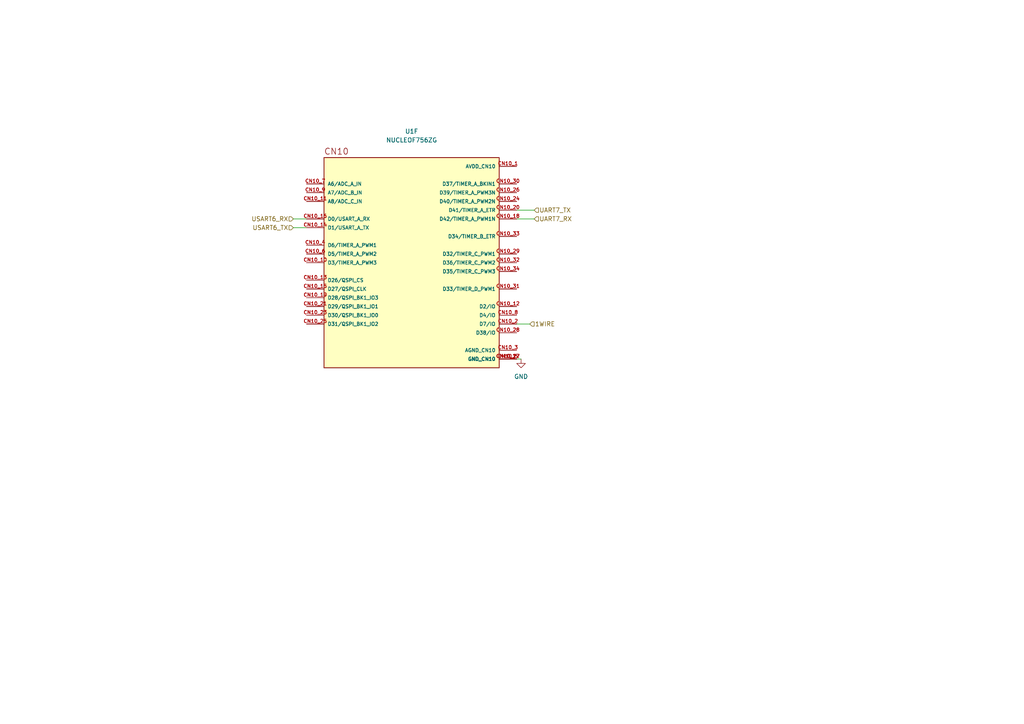
<source format=kicad_sch>
(kicad_sch (version 20230121) (generator eeschema)
  (paper "A4")
  (lib_symbols
    (symbol "nucleo:NUCLEOF756ZG" (pin_names (offset 1.016))
      (property "Reference" "U" (at -17.78 59.69 0))
      (property "Value" "NUCLEOF756ZG" (at -17.78 -59.69 0))
      (symbol "NUCLEOF756ZG_1_0"
        (rectangle (start -17.78 -58.42) (end 17.78 55.88) (stroke (width 0.254)) (fill (type background)))
        (text "CN11" (at -17.78 56.642 0) (effects (font (size 1.778 1.778)) (justify left bottom)))
        (pin bidirectional line (at -22.86 -7.62 0) (length 5.08) (name "PC10") (number "CN11_1"))
        (pin no_connect line (at 22.86 -45.72 180) (length 5.08) (name "NC_10") (number "CN11_10"))
        (pin bidirectional line (at 22.86 0 180) (length 5.08) (name "PF7") (number "CN11_11"))
        (pin bidirectional line (at 22.86 35.56 180) (length 5.08) (name "IOREF_CN11") (number "CN11_12"))
        (pin bidirectional line (at -22.86 20.32 0) (length 5.08) (name "PA13") (number "CN11_13"))
        (pin bidirectional line (at -22.86 33.02 0) (length 5.08) (name "RESET_CN11") (number "CN11_14"))
        (pin bidirectional line (at -22.86 17.78 0) (length 5.08) (name "PA14") (number "CN11_15"))
        (pin power_in line (at 22.86 53.34 180) (length 5.08) (name "+3V3_CN11") (number "CN11_16"))
        (pin bidirectional line (at -22.86 15.24 0) (length 5.08) (name "PA15") (number "CN11_17"))
        (pin power_in line (at 22.86 50.8 180) (length 5.08) (name "+5V_CN11") (number "CN11_18"))
        (pin power_in line (at 22.86 -55.88 180) (length 5.08) (name "GND_CN11") (number "CN11_19"))
        (pin bidirectional line (at -22.86 -10.16 0) (length 5.08) (name "PC11") (number "CN11_2"))
        (pin power_in line (at 22.86 -55.88 180) (length 5.08) (name "GND_CN11") (number "CN11_20"))
        (pin bidirectional line (at -22.86 7.62 0) (length 5.08) (name "PB7") (number "CN11_21"))
        (pin power_in line (at 22.86 -55.88 180) (length 5.08) (name "GND_CN11") (number "CN11_22"))
        (pin bidirectional line (at -22.86 -15.24 0) (length 5.08) (name "PC13") (number "CN11_23"))
        (pin power_in line (at 22.86 40.64 180) (length 5.08) (name "VIN_CN11") (number "CN11_24"))
        (pin bidirectional line (at -22.86 -17.78 0) (length 5.08) (name "PC14") (number "CN11_25"))
        (pin no_connect line (at 22.86 -48.26 180) (length 5.08) (name "NC_26") (number "CN11_26"))
        (pin bidirectional line (at -22.86 -20.32 0) (length 5.08) (name "PC15") (number "CN11_27"))
        (pin bidirectional line (at -22.86 27.94 0) (length 5.08) (name "PA0") (number "CN11_28"))
        (pin bidirectional line (at 22.86 -38.1 180) (length 5.08) (name "PH0") (number "CN11_29"))
        (pin bidirectional line (at -22.86 -12.7 0) (length 5.08) (name "PC12") (number "CN11_3"))
        (pin bidirectional line (at -22.86 25.4 0) (length 5.08) (name "PA1") (number "CN11_30"))
        (pin bidirectional line (at 22.86 -40.64 180) (length 5.08) (name "PH1") (number "CN11_31"))
        (pin bidirectional line (at -22.86 22.86 0) (length 5.08) (name "PA4") (number "CN11_32"))
        (pin power_in line (at 22.86 45.72 180) (length 5.08) (name "VBAT_CN11") (number "CN11_33"))
        (pin bidirectional line (at -22.86 10.16 0) (length 5.08) (name "PB0") (number "CN11_34"))
        (pin bidirectional line (at -22.86 -2.54 0) (length 5.08) (name "PC2") (number "CN11_35"))
        (pin bidirectional line (at -22.86 0 0) (length 5.08) (name "PC1") (number "CN11_36"))
        (pin bidirectional line (at -22.86 -5.08 0) (length 5.08) (name "PC3") (number "CN11_37"))
        (pin bidirectional line (at -22.86 2.54 0) (length 5.08) (name "PC0") (number "CN11_38"))
        (pin bidirectional line (at -22.86 -35.56 0) (length 5.08) (name "PD4") (number "CN11_39"))
        (pin bidirectional line (at -22.86 -30.48 0) (length 5.08) (name "PD2") (number "CN11_4"))
        (pin bidirectional line (at -22.86 -33.02 0) (length 5.08) (name "PD3") (number "CN11_40"))
        (pin bidirectional line (at -22.86 -38.1 0) (length 5.08) (name "PD5") (number "CN11_41"))
        (pin bidirectional line (at 22.86 -15.24 180) (length 5.08) (name "PG2") (number "CN11_42"))
        (pin bidirectional line (at -22.86 -40.64 0) (length 5.08) (name "PD6") (number "CN11_43"))
        (pin bidirectional line (at 22.86 -17.78 180) (length 5.08) (name "PG3") (number "CN11_44"))
        (pin bidirectional line (at -22.86 -43.18 0) (length 5.08) (name "PD7") (number "CN11_45"))
        (pin bidirectional line (at 22.86 25.4 180) (length 5.08) (name "PE2") (number "CN11_46"))
        (pin bidirectional line (at 22.86 22.86 180) (length 5.08) (name "PE3") (number "CN11_47"))
        (pin bidirectional line (at 22.86 20.32 180) (length 5.08) (name "PE4") (number "CN11_48"))
        (pin power_in line (at 22.86 -55.88 180) (length 5.08) (name "GND_CN11") (number "CN11_49"))
        (pin power_in line (at 22.86 43.18 180) (length 5.08) (name "VDD_CN11") (number "CN11_5"))
        (pin bidirectional line (at 22.86 17.78 180) (length 5.08) (name "PE5") (number "CN11_50"))
        (pin bidirectional line (at 22.86 7.62 180) (length 5.08) (name "PF1") (number "CN11_51"))
        (pin bidirectional line (at 22.86 5.08 180) (length 5.08) (name "PF2") (number "CN11_52"))
        (pin bidirectional line (at 22.86 10.16 180) (length 5.08) (name "PF0") (number "CN11_53"))
        (pin bidirectional line (at 22.86 -2.54 180) (length 5.08) (name "PF8") (number "CN11_54"))
        (pin bidirectional line (at -22.86 -27.94 0) (length 5.08) (name "PD1") (number "CN11_55"))
        (pin bidirectional line (at 22.86 -5.08 180) (length 5.08) (name "PF9") (number "CN11_56"))
        (pin bidirectional line (at -22.86 -25.4 0) (length 5.08) (name "PD0") (number "CN11_57"))
        (pin bidirectional line (at 22.86 -12.7 180) (length 5.08) (name "PG1") (number "CN11_58"))
        (pin bidirectional line (at 22.86 -10.16 180) (length 5.08) (name "PG0") (number "CN11_59"))
        (pin power_in line (at 22.86 48.26 180) (length 5.08) (name "E5V_CN11") (number "CN11_6"))
        (pin power_in line (at 22.86 -55.88 180) (length 5.08) (name "GND_CN11") (number "CN11_60"))
        (pin bidirectional line (at 22.86 27.94 180) (length 5.08) (name "PE1") (number "CN11_61"))
        (pin bidirectional line (at 22.86 15.24 180) (length 5.08) (name "PE6") (number "CN11_62"))
        (pin bidirectional line (at 22.86 -20.32 180) (length 5.08) (name "PG9") (number "CN11_63"))
        (pin bidirectional line (at 22.86 -33.02 180) (length 5.08) (name "PG15") (number "CN11_64"))
        (pin bidirectional line (at 22.86 -27.94 180) (length 5.08) (name "PG12") (number "CN11_65"))
        (pin bidirectional line (at 22.86 -22.86 180) (length 5.08) (name "PG10") (number "CN11_66"))
        (pin no_connect line (at 22.86 -50.8 180) (length 5.08) (name "NC_67") (number "CN11_67"))
        (pin bidirectional line (at 22.86 -30.48 180) (length 5.08) (name "PG13") (number "CN11_68"))
        (pin bidirectional line (at -22.86 -45.72 0) (length 5.08) (name "PD9") (number "CN11_69"))
        (pin bidirectional line (at -22.86 35.56 0) (length 5.08) (name "BOOT0") (number "CN11_7"))
        (pin bidirectional line (at 22.86 -25.4 180) (length 5.08) (name "PG11") (number "CN11_70"))
        (pin power_in line (at 22.86 -55.88 180) (length 5.08) (name "GND_CN11") (number "CN11_71"))
        (pin power_in line (at 22.86 -55.88 180) (length 5.08) (name "GND_CN11") (number "CN11_72"))
        (pin power_in line (at 22.86 -55.88 180) (length 5.08) (name "GND_CN11") (number "CN11_8"))
        (pin bidirectional line (at 22.86 2.54 180) (length 5.08) (name "PF6") (number "CN11_9"))
      )
      (symbol "NUCLEOF756ZG_2_0"
        (rectangle (start -17.78 -53.34) (end 17.78 53.34) (stroke (width 0.254)) (fill (type background)))
        (text "CN12" (at -17.78 54.102 0) (effects (font (size 1.778 1.778)) (justify left bottom)))
        (pin bidirectional line (at -22.86 -35.56 0) (length 5.08) (name "PC9") (number "CN12_1"))
        (pin bidirectional line (at 22.86 43.18 180) (length 5.08) (name "PD8") (number "CN12_10"))
        (pin bidirectional line (at -22.86 38.1 0) (length 5.08) (name "PA5") (number "CN12_11"))
        (pin bidirectional line (at -22.86 20.32 0) (length 5.08) (name "PA12") (number "CN12_12"))
        (pin bidirectional line (at -22.86 35.56 0) (length 5.08) (name "PA6") (number "CN12_13"))
        (pin bidirectional line (at -22.86 22.86 0) (length 5.08) (name "PA11") (number "CN12_14"))
        (pin bidirectional line (at -22.86 33.02 0) (length 5.08) (name "PA7") (number "CN12_15"))
        (pin bidirectional line (at -22.86 -10.16 0) (length 5.08) (name "PB12") (number "CN12_16"))
        (pin bidirectional line (at -22.86 2.54 0) (length 5.08) (name "PB6") (number "CN12_17"))
        (pin bidirectional line (at -22.86 -7.62 0) (length 5.08) (name "PB11") (number "CN12_18"))
        (pin bidirectional line (at -22.86 -30.48 0) (length 5.08) (name "PC7") (number "CN12_19"))
        (pin bidirectional line (at -22.86 -33.02 0) (length 5.08) (name "PC8") (number "CN12_2"))
        (pin power_in line (at 22.86 -50.8 180) (length 5.08) (name "GND_CN12") (number "CN12_20"))
        (pin bidirectional line (at -22.86 27.94 0) (length 5.08) (name "PA9") (number "CN12_21"))
        (pin bidirectional line (at -22.86 12.7 0) (length 5.08) (name "PB2") (number "CN12_22"))
        (pin bidirectional line (at -22.86 30.48 0) (length 5.08) (name "PA8") (number "CN12_23"))
        (pin bidirectional line (at -22.86 15.24 0) (length 5.08) (name "PB1") (number "CN12_24"))
        (pin bidirectional line (at -22.86 -5.08 0) (length 5.08) (name "PB10") (number "CN12_25"))
        (pin bidirectional line (at -22.86 -17.78 0) (length 5.08) (name "PB15") (number "CN12_26"))
        (pin bidirectional line (at -22.86 7.62 0) (length 5.08) (name "PB4") (number "CN12_27"))
        (pin bidirectional line (at -22.86 -15.24 0) (length 5.08) (name "PB14") (number "CN12_28"))
        (pin bidirectional line (at -22.86 5.08 0) (length 5.08) (name "PB5") (number "CN12_29"))
        (pin bidirectional line (at -22.86 0 0) (length 5.08) (name "PB8") (number "CN12_3"))
        (pin bidirectional line (at -22.86 -12.7 0) (length 5.08) (name "PB13") (number "CN12_30"))
        (pin bidirectional line (at -22.86 10.16 0) (length 5.08) (name "PB3") (number "CN12_31"))
        (pin power_in line (at 22.86 -48.26 180) (length 5.08) (name "AGND_CN12") (number "CN12_32"))
        (pin bidirectional line (at -22.86 25.4 0) (length 5.08) (name "PA10") (number "CN12_33"))
        (pin bidirectional line (at -22.86 -22.86 0) (length 5.08) (name "PC4") (number "CN12_34"))
        (pin bidirectional line (at -22.86 43.18 0) (length 5.08) (name "PA2") (number "CN12_35"))
        (pin bidirectional line (at 22.86 -10.16 180) (length 5.08) (name "PF5") (number "CN12_36"))
        (pin bidirectional line (at -22.86 40.64 0) (length 5.08) (name "PA3") (number "CN12_37"))
        (pin bidirectional line (at 22.86 -7.62 180) (length 5.08) (name "PF4") (number "CN12_38"))
        (pin power_in line (at 22.86 -50.8 180) (length 5.08) (name "GND_CN12") (number "CN12_39"))
        (pin bidirectional line (at -22.86 -27.94 0) (length 5.08) (name "PC6") (number "CN12_4"))
        (pin bidirectional line (at 22.86 17.78 180) (length 5.08) (name "PE8") (number "CN12_40"))
        (pin bidirectional line (at 22.86 33.02 180) (length 5.08) (name "PD13") (number "CN12_41"))
        (pin bidirectional line (at 22.86 -12.7 180) (length 5.08) (name "PF10") (number "CN12_42"))
        (pin bidirectional line (at 22.86 35.56 180) (length 5.08) (name "PD12") (number "CN12_43"))
        (pin bidirectional line (at 22.86 20.32 180) (length 5.08) (name "PE7") (number "CN12_44"))
        (pin bidirectional line (at 22.86 38.1 180) (length 5.08) (name "PD11") (number "CN12_45"))
        (pin bidirectional line (at 22.86 30.48 180) (length 5.08) (name "PD14") (number "CN12_46"))
        (pin bidirectional line (at 22.86 12.7 180) (length 5.08) (name "PE10") (number "CN12_47"))
        (pin bidirectional line (at 22.86 27.94 180) (length 5.08) (name "PD15") (number "CN12_48"))
        (pin bidirectional line (at 22.86 7.62 180) (length 5.08) (name "PE12") (number "CN12_49"))
        (pin bidirectional line (at -22.86 -2.54 0) (length 5.08) (name "PB9") (number "CN12_5"))
        (pin bidirectional line (at 22.86 -22.86 180) (length 5.08) (name "PF14") (number "CN12_50"))
        (pin bidirectional line (at 22.86 2.54 180) (length 5.08) (name "PE14") (number "CN12_51"))
        (pin bidirectional line (at 22.86 15.24 180) (length 5.08) (name "PE9") (number "CN12_52"))
        (pin bidirectional line (at 22.86 0 180) (length 5.08) (name "PE15") (number "CN12_53"))
        (pin power_in line (at 22.86 -50.8 180) (length 5.08) (name "GND_CN12") (number "CN12_54"))
        (pin bidirectional line (at 22.86 5.08 180) (length 5.08) (name "PE13") (number "CN12_55"))
        (pin bidirectional line (at 22.86 10.16 180) (length 5.08) (name "PE11") (number "CN12_56"))
        (pin bidirectional line (at 22.86 -20.32 180) (length 5.08) (name "PF13") (number "CN12_57"))
        (pin bidirectional line (at 22.86 -5.08 180) (length 5.08) (name "PF3") (number "CN12_58"))
        (pin bidirectional line (at 22.86 -17.78 180) (length 5.08) (name "PF12") (number "CN12_59"))
        (pin bidirectional line (at -22.86 -25.4 0) (length 5.08) (name "PC5") (number "CN12_6"))
        (pin bidirectional line (at 22.86 -25.4 180) (length 5.08) (name "PF15") (number "CN12_60"))
        (pin bidirectional line (at 22.86 -43.18 180) (length 5.08) (name "PG14") (number "CN12_61"))
        (pin bidirectional line (at 22.86 -15.24 180) (length 5.08) (name "PF11") (number "CN12_62"))
        (pin power_in line (at 22.86 -50.8 180) (length 5.08) (name "GND_CN12") (number "CN12_63"))
        (pin bidirectional line (at 22.86 22.86 180) (length 5.08) (name "PE0") (number "CN12_64"))
        (pin bidirectional line (at 22.86 40.64 180) (length 5.08) (name "PD10") (number "CN12_65"))
        (pin bidirectional line (at 22.86 -40.64 180) (length 5.08) (name "PG8") (number "CN12_66"))
        (pin bidirectional line (at 22.86 -38.1 180) (length 5.08) (name "PG7") (number "CN12_67"))
        (pin bidirectional line (at 22.86 -33.02 180) (length 5.08) (name "PG5") (number "CN12_68"))
        (pin bidirectional line (at 22.86 -30.48 180) (length 5.08) (name "PG4") (number "CN12_69"))
        (pin power_in line (at 22.86 50.8 180) (length 5.08) (name "AVDD_CN12") (number "CN12_7"))
        (pin bidirectional line (at 22.86 -35.56 180) (length 5.08) (name "PG6") (number "CN12_70"))
        (pin power_in line (at 22.86 -50.8 180) (length 5.08) (name "GND_CN12") (number "CN12_71"))
        (pin power_in line (at 22.86 -50.8 180) (length 5.08) (name "GND_CN12") (number "CN12_72"))
        (pin power_in line (at 22.86 48.26 180) (length 5.08) (name "U5V") (number "CN12_8"))
        (pin power_in line (at 22.86 -50.8 180) (length 5.08) (name "GND_CN12") (number "CN12_9"))
      )
      (symbol "NUCLEOF756ZG_3_0"
        (rectangle (start -27.94 -17.78) (end 27.94 17.78) (stroke (width 0.254)) (fill (type background)))
        (text "CN8" (at -27.94 18.542 0) (effects (font (size 1.778 1.778)) (justify left bottom)))
        (pin no_connect line (at 33.02 -10.16 180) (length 5.08) (name "NC_1") (number "CN8_1"))
        (pin bidirectional line (at -33.02 -10.16 0) (length 5.08) (name "D47/SDMMC_CK") (number "CN8_10"))
        (pin power_in line (at 33.02 -15.24 180) (length 5.08) (name "GND_CN8") (number "CN8_11"))
        (pin bidirectional line (at -33.02 -12.7 0) (length 5.08) (name "D48/SDMMC_CMD") (number "CN8_12"))
        (pin power_in line (at 33.02 -15.24 180) (length 5.08) (name "GND_CN8") (number "CN8_13"))
        (pin bidirectional line (at 33.02 -5.08 180) (length 5.08) (name "D49/IO") (number "CN8_14"))
        (pin power_in line (at 33.02 15.24 180) (length 5.08) (name "VIN_CN8") (number "CN8_15"))
        (pin bidirectional line (at 33.02 -2.54 180) (length 5.08) (name "D50/IO") (number "CN8_16"))
        (pin bidirectional line (at -33.02 0 0) (length 5.08) (name "D43/SDMMC_D0") (number "CN8_2"))
        (pin bidirectional line (at 33.02 5.08 180) (length 5.08) (name "IOREF_CN8") (number "CN8_3"))
        (pin bidirectional line (at -33.02 -2.54 0) (length 5.08) (name "D44/SDMMC_D1/I2S_A_CKIN") (number "CN8_4"))
        (pin bidirectional line (at -33.02 5.08 0) (length 5.08) (name "RESET_CN8") (number "CN8_5"))
        (pin bidirectional line (at -33.02 -5.08 0) (length 5.08) (name "D45/SDMMC_D2") (number "CN8_6"))
        (pin power_in line (at 33.02 10.16 180) (length 5.08) (name "+3V3_CN8") (number "CN8_7"))
        (pin bidirectional line (at -33.02 -7.62 0) (length 5.08) (name "D46/SDMMC_D3") (number "CN8_8"))
        (pin power_in line (at 33.02 12.7 180) (length 5.08) (name "+5V_CN8") (number "CN8_9"))
      )
      (symbol "NUCLEOF756ZG_4_0"
        (rectangle (start -25.4 -25.4) (end 25.4 25.4) (stroke (width 0.254)) (fill (type background)))
        (text "CN9" (at -25.4 26.162 0) (effects (font (size 1.778 1.778)) (justify left bottom)))
        (pin input line (at -30.48 22.86 0) (length 5.08) (name "A0/ADC123_IN3") (number "CN9_1"))
        (pin bidirectional line (at -30.48 -5.08 0) (length 5.08) (name "D55/USART_B_CTS") (number "CN9_10"))
        (pin input line (at -30.48 10.16 0) (length 5.08) (name "A5/ADC3_IN8/I2C1_SCL") (number "CN9_11"))
        (pin power_in line (at 30.48 -22.86 180) (length 5.08) (name "GND_CN9") (number "CN9_12"))
        (pin bidirectional line (at 30.48 -5.08 180) (length 5.08) (name "D72/NC") (number "CN9_13"))
        (pin bidirectional line (at -30.48 -10.16 0) (length 5.08) (name "D56/SAI_A_MCLK") (number "CN9_14"))
        (pin bidirectional line (at 30.48 0 180) (length 5.08) (name "D71/IO") (number "CN9_15"))
        (pin bidirectional line (at -30.48 -12.7 0) (length 5.08) (name "D57/SAI_A_FS") (number "CN9_16"))
        (pin bidirectional line (at 30.48 17.78 180) (length 5.08) (name "D70/I2C_B_SMBA") (number "CN9_17"))
        (pin bidirectional line (at -30.48 -15.24 0) (length 5.08) (name "D58/SAI_A_SCK") (number "CN9_18"))
        (pin bidirectional line (at 30.48 20.32 180) (length 5.08) (name "D69/I2C_B_SCL") (number "CN9_19"))
        (pin bidirectional line (at -30.48 5.08 0) (length 5.08) (name "D51/USART_B_SCLK") (number "CN9_2"))
        (pin bidirectional line (at -30.48 -17.78 0) (length 5.08) (name "D59/SAI_A_SD") (number "CN9_20"))
        (pin bidirectional line (at 30.48 22.86 180) (length 5.08) (name "D68/I2C_B_SDA") (number "CN9_21"))
        (pin bidirectional line (at 30.48 -17.78 180) (length 5.08) (name "D60/SAI_B_SD") (number "CN9_22"))
        (pin power_in line (at 30.48 -22.86 180) (length 5.08) (name "GND_CN9") (number "CN9_23"))
        (pin bidirectional line (at 30.48 -15.24 180) (length 5.08) (name "D61/SAI_B_SCK") (number "CN9_24"))
        (pin input line (at 30.48 10.16 180) (length 5.08) (name "D67/CAN_RX") (number "CN9_25"))
        (pin bidirectional line (at 30.48 -10.16 180) (length 5.08) (name "D62/SAI_B_MCLK") (number "CN9_26"))
        (pin output line (at 30.48 12.7 180) (length 5.08) (name "D66/CAN_TX") (number "CN9_27"))
        (pin bidirectional line (at 30.48 -12.7 180) (length 5.08) (name "D63/SAI_B_FS") (number "CN9_28"))
        (pin bidirectional line (at 30.48 2.54 180) (length 5.08) (name "D65/IO") (number "CN9_29"))
        (pin input line (at -30.48 20.32 0) (length 5.08) (name "A1/ADC123_IN10") (number "CN9_3"))
        (pin bidirectional line (at 30.48 5.08 180) (length 5.08) (name "D64/IO") (number "CN9_30"))
        (pin bidirectional line (at -30.48 2.54 0) (length 5.08) (name "D52/USART_B_RX") (number "CN9_4"))
        (pin input line (at -30.48 17.78 0) (length 5.08) (name "A2/ADC123_IN13") (number "CN9_5"))
        (pin bidirectional line (at -30.48 0 0) (length 5.08) (name "D53/USART_B_TX") (number "CN9_6"))
        (pin input line (at -30.48 15.24 0) (length 5.08) (name "A3/ADC3_IN9") (number "CN9_7"))
        (pin bidirectional line (at -30.48 -2.54 0) (length 5.08) (name "D54/USART_B_RTS") (number "CN9_8"))
        (pin input line (at -30.48 12.7 0) (length 5.08) (name "A4/ADC3_IN15/I2C1_SDA") (number "CN9_9"))
      )
      (symbol "NUCLEOF756ZG_5_0"
        (rectangle (start -33.02 -20.32) (end 33.02 20.32) (stroke (width 0.254)) (fill (type background)))
        (text "CN7" (at -33.02 21.082 0) (effects (font (size 1.778 1.778)) (justify left bottom)))
        (pin bidirectional line (at -38.1 -12.7 0) (length 5.08) (name "D16/I2S_A_MCK") (number "CN7_1"))
        (pin bidirectional line (at -38.1 -5.08 0) (length 5.08) (name "D13/SPI_A_SCK") (number "CN7_10"))
        (pin bidirectional line (at 38.1 0 180) (length 5.08) (name "D21/I2S_B_MCK") (number "CN7_11"))
        (pin bidirectional line (at -38.1 -2.54 0) (length 5.08) (name "D12/SPI_A_MISO") (number "CN7_12"))
        (pin bidirectional line (at 38.1 5.08 180) (length 5.08) (name "D22/I2S_B_SD/SPI_B_MOSI") (number "CN7_13"))
        (pin bidirectional line (at -38.1 0 0) (length 5.08) (name "D11/SPI_A_MOSI/TIM_E_PWM1") (number "CN7_14"))
        (pin bidirectional line (at 38.1 7.62 180) (length 5.08) (name "D23/I2S_B_CK/SPI_B_SCK") (number "CN7_15"))
        (pin bidirectional line (at -38.1 2.54 0) (length 5.08) (name "D10/SPI_A_CS/TIM_B_PWM3") (number "CN7_16"))
        (pin bidirectional line (at 38.1 10.16 180) (length 5.08) (name "D24/SPI_B_NSS") (number "CN7_17"))
        (pin bidirectional line (at -38.1 10.16 0) (length 5.08) (name "D9/TIMER_B_PWM2") (number "CN7_18"))
        (pin bidirectional line (at 38.1 12.7 180) (length 5.08) (name "D25/SPI_B_MISO") (number "CN7_19"))
        (pin bidirectional line (at -38.1 -10.16 0) (length 5.08) (name "D15/I2C_A_SCL") (number "CN7_2"))
        (pin bidirectional line (at -38.1 12.7 0) (length 5.08) (name "D8/IO") (number "CN7_20"))
        (pin bidirectional line (at 38.1 -12.7 180) (length 5.08) (name "D17/I2S_A_SD") (number "CN7_3"))
        (pin bidirectional line (at -38.1 -7.62 0) (length 5.08) (name "D14/I2C_A_SDA") (number "CN7_4"))
        (pin bidirectional line (at 38.1 -10.16 180) (length 5.08) (name "D18/I2S_A_CK") (number "CN7_5"))
        (pin power_in line (at 38.1 17.78 180) (length 5.08) (name "AREF") (number "CN7_6"))
        (pin bidirectional line (at 38.1 -7.62 180) (length 5.08) (name "D19/I2S_A_WS") (number "CN7_7"))
        (pin power_in line (at 38.1 -17.78 180) (length 5.08) (name "GND_CN7") (number "CN7_8"))
        (pin bidirectional line (at 38.1 -2.54 180) (length 5.08) (name "D20/I2S_B_WS") (number "CN7_9"))
      )
      (symbol "NUCLEOF756ZG_6_0"
        (rectangle (start -25.4 -30.48) (end 25.4 30.48) (stroke (width 0.254)) (fill (type background)))
        (text "CN10" (at -25.4 31.242 0) (effects (font (size 1.778 1.778)) (justify left bottom)))
        (pin power_in line (at 30.48 27.94 180) (length 5.08) (name "AVDD_CN10") (number "CN10_1"))
        (pin bidirectional line (at -30.48 0 0) (length 5.08) (name "D3/TIMER_A_PWM3") (number "CN10_10"))
        (pin input line (at -30.48 17.78 0) (length 5.08) (name "A8/ADC_C_IN") (number "CN10_11"))
        (pin bidirectional line (at 30.48 -12.7 180) (length 5.08) (name "D2/IO") (number "CN10_12"))
        (pin bidirectional line (at -30.48 -5.08 0) (length 5.08) (name "D26/QSPI_CS") (number "CN10_13"))
        (pin output line (at -30.48 10.16 0) (length 5.08) (name "D1/USART_A_TX") (number "CN10_14"))
        (pin bidirectional line (at -30.48 -7.62 0) (length 5.08) (name "D27/QSPI_CLK") (number "CN10_15"))
        (pin input line (at -30.48 12.7 0) (length 5.08) (name "D0/USART_A_RX") (number "CN10_16"))
        (pin power_in line (at 30.48 -27.94 180) (length 5.08) (name "GND_CN10") (number "CN10_17"))
        (pin bidirectional line (at 30.48 12.7 180) (length 5.08) (name "D42/TIMER_A_PWM1N") (number "CN10_18"))
        (pin bidirectional line (at -30.48 -10.16 0) (length 5.08) (name "D28/QSPI_BK1_IO3") (number "CN10_19"))
        (pin bidirectional line (at 30.48 -17.78 180) (length 5.08) (name "D7/IO") (number "CN10_2"))
        (pin bidirectional line (at 30.48 15.24 180) (length 5.08) (name "D41/TIMER_A_ETR") (number "CN10_20"))
        (pin bidirectional line (at -30.48 -12.7 0) (length 5.08) (name "D29/QSPI_BK1_IO1") (number "CN10_21"))
        (pin power_in line (at 30.48 -27.94 180) (length 5.08) (name "GND_CN10") (number "CN10_22"))
        (pin bidirectional line (at -30.48 -15.24 0) (length 5.08) (name "D30/QSPI_BK1_IO0") (number "CN10_23"))
        (pin bidirectional line (at 30.48 17.78 180) (length 5.08) (name "D40/TIMER_A_PWM2N") (number "CN10_24"))
        (pin bidirectional line (at -30.48 -17.78 0) (length 5.08) (name "D31/QSPI_BK1_IO2") (number "CN10_25"))
        (pin bidirectional line (at 30.48 20.32 180) (length 5.08) (name "D39/TIMER_A_PWM3N") (number "CN10_26"))
        (pin power_in line (at 30.48 -27.94 180) (length 5.08) (name "GND_CN10") (number "CN10_27"))
        (pin bidirectional line (at 30.48 -20.32 180) (length 5.08) (name "D38/IO") (number "CN10_28"))
        (pin bidirectional line (at 30.48 2.54 180) (length 5.08) (name "D32/TIMER_C_PWM1") (number "CN10_29"))
        (pin power_in line (at 30.48 -25.4 180) (length 5.08) (name "AGND_CN10") (number "CN10_3"))
        (pin bidirectional line (at 30.48 22.86 180) (length 5.08) (name "D37/TIMER_A_BKIN1") (number "CN10_30"))
        (pin bidirectional line (at 30.48 -7.62 180) (length 5.08) (name "D33/TIMER_D_PWM1") (number "CN10_31"))
        (pin bidirectional line (at 30.48 0 180) (length 5.08) (name "D36/TIMER_C_PWM2") (number "CN10_32"))
        (pin bidirectional line (at 30.48 7.62 180) (length 5.08) (name "D34/TIMER_B_ETR") (number "CN10_33"))
        (pin bidirectional line (at 30.48 -2.54 180) (length 5.08) (name "D35/TIMER_C_PWM3") (number "CN10_34"))
        (pin bidirectional line (at -30.48 5.08 0) (length 5.08) (name "D6/TIMER_A_PWM1") (number "CN10_4"))
        (pin power_in line (at 30.48 -27.94 180) (length 5.08) (name "GND_CN10") (number "CN10_5"))
        (pin bidirectional line (at -30.48 2.54 0) (length 5.08) (name "D5/TIMER_A_PWM2") (number "CN10_6"))
        (pin input line (at -30.48 22.86 0) (length 5.08) (name "A6/ADC_A_IN") (number "CN10_7"))
        (pin bidirectional line (at 30.48 -15.24 180) (length 5.08) (name "D4/IO") (number "CN10_8"))
        (pin input line (at -30.48 20.32 0) (length 5.08) (name "A7/ADC_B_IN") (number "CN10_9"))
      )
    )
    (symbol "power:GND" (power) (pin_names (offset 0))
      (property "Value" "GND" (at 0 -3.81 0))
      (symbol "GND_0_1"
        (polyline (pts (xy 0 0) (xy 0 -1.27) (xy 1.27 -1.27) (xy 0 -2.54) (xy -1.27 -1.27) (xy 0 -1.27)))
      )
      (symbol "GND_1_1"
        (pin power_in line (at 0 0 270) (length 0) hide (name "GND") (number "1"))
      )
    )
  )
  (wire (pts (xy 85.09 63.5) (xy 88.9 63.5)))
  (wire (pts (xy 149.86 93.98) (xy 153.67 93.98)))
  (wire (pts (xy 149.86 63.5) (xy 154.94 63.5)))
  (wire (pts (xy 85.09 66.04) (xy 88.9 66.04)))
  (wire (pts (xy 149.86 60.96) (xy 154.94 60.96)))
  (wire (pts (xy 149.86 104.14) (xy 151.13 104.14)))
  (hierarchical_label "USART6_TX" (shape input) (at 85.09 66.04 180))
  (hierarchical_label "UART7_TX" (shape input) (at 154.94 60.96 0))
  (hierarchical_label "1WIRE" (shape input) (at 153.67 93.98 0))
  (hierarchical_label "UART7_RX" (shape input) (at 154.94 63.5 0))
  (hierarchical_label "USART6_RX" (shape input) (at 85.09 63.5 180))
  (symbol (lib_id "nucleo:NUCLEOF756ZG") (at 119.38 76.2 0) (unit 6)
    (property "Reference" "U1" (at 119.38 38.1 0))
    (property "Value" "NUCLEOF756ZG" (at 119.38 40.64 0))
    (property "Footprint" "nucleo:MODULE_NUCLEOF756ZG" (effects hide))
    (property "MF" "STMicroelectronics" (effects hide))
    (property "Description" "\nSTM32F756ZG, mbed-Enabled Development Nucleo-144 STM32F7 ARM® Cortex®-M7 MCU 32-Bit Embedded Evaluation Board\n" (effects hide))
    (property "Package" "None" (effects hide))
    (property "Price" "None" (effects hide))
    (property "Check_prices" "https://www.snapeda.com/parts/NUCLEO-F756ZG/STMicroelectronics/view-part/?ref=eda" (effects hide))
    (property "STANDARD" "Manufacturer Recommendations" (effects hide))
    (property "PARTREV" "9" (effects hide))
    (property "SnapEDA_Link" "https://www.snapeda.com/parts/NUCLEO-F756ZG/STMicroelectronics/view-part/?ref=snap" (effects hide))
    (property "MP" "NUCLEO-F756ZG" (effects hide))
    (property "Purchase-URL" "https://www.snapeda.com/api/url_track_click_mouser/?unipart_id=3662728&manufacturer=STMicroelectronics&part_name=NUCLEO-F756ZG&search_term=nucleo-f756zg" (effects hide))
    (property "MANUFACTURER" "STMicroelectronics" (effects hide))
    (property "Availability" "In Stock" (effects hide))
    (property "SNAPEDA_PN" "NUCLEOF756ZG" (effects hide))
  )
  (symbol (lib_id "power:GND") (at 151.13 104.14 0) (unit 1)
    (property "Reference" "#PWR02" (effects hide))
    (property "Value" "GND" (at 151.13 109.22 0))
  )
)
</source>
